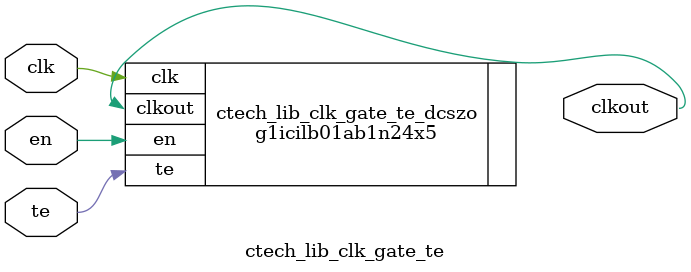
<source format=sv>

module ctech_lib_clk_gate_te (
   output logic clkout,
   input logic clk,
   input logic en,
   input logic te );

  g1icilb01ab1n24x5 ctech_lib_clk_gate_te_dcszo (.clkout(clkout),.clk(clk),.en(en),.te(te)); 

endmodule // ctech_lib_clk_gate_te

</source>
